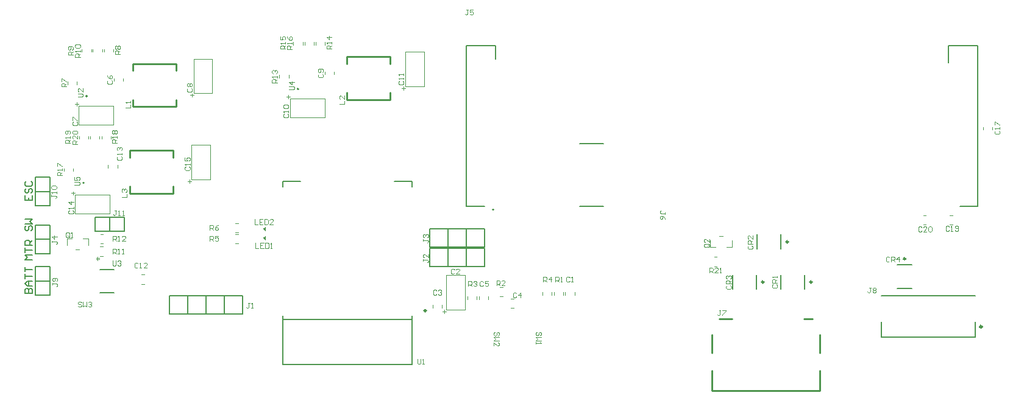
<source format=gto>
G04*
G04 #@! TF.GenerationSoftware,Altium Limited,Altium Designer,19.0.14 (431)*
G04*
G04 Layer_Color=65535*
%FSLAX25Y25*%
%MOIN*%
G70*
G01*
G75*
%ADD10C,0.01181*%
%ADD11C,0.01000*%
%ADD12C,0.00787*%
%ADD13C,0.00500*%
%ADD14C,0.00394*%
%ADD15C,0.00600*%
%ADD16C,0.00591*%
%ADD17C,0.00300*%
G36*
X133924Y76386D02*
X133925Y74024D01*
X132350Y75205D01*
X133924Y76386D01*
D02*
G37*
G36*
Y81386D02*
X133925Y79024D01*
X132350Y80205D01*
X133924Y81386D01*
D02*
G37*
D10*
X525721Y26647D02*
G03*
X525721Y26647I-591J0D01*
G01*
X221583Y35480D02*
G03*
X221583Y35480I-394J0D01*
G01*
D11*
X483989Y63851D02*
G03*
X483989Y63851I-591J0D01*
G01*
X406430Y51155D02*
G03*
X406430Y51155I-591J0D01*
G01*
X419815Y73202D02*
G03*
X419815Y73202I-591J0D01*
G01*
X432808Y51155D02*
G03*
X432808Y51155I-591J0D01*
G01*
X61372Y147178D02*
X84994D01*
X61372Y170800D02*
X84994D01*
X61372Y166863D02*
Y170800D01*
Y147178D02*
Y151115D01*
X84994Y147178D02*
Y151115D01*
Y166863D02*
Y170800D01*
X178472Y150918D02*
X202094D01*
X178472Y174540D02*
X202094D01*
X178472Y170603D02*
Y174540D01*
Y150918D02*
Y154855D01*
X202094Y150918D02*
Y154855D01*
Y170603D02*
Y174540D01*
X59672Y99737D02*
X83294D01*
X59672Y123359D02*
X83294D01*
X59672Y119422D02*
Y123359D01*
Y99737D02*
Y103674D01*
X83294Y99737D02*
Y103674D01*
Y119422D02*
Y123359D01*
X437138Y-8294D02*
Y2533D01*
Y12375D02*
Y22218D01*
X378083Y-8294D02*
X437138D01*
X378083D02*
Y2533D01*
Y12375D02*
Y22218D01*
X382020Y31076D02*
X388910D01*
X428280D02*
X433201D01*
D12*
X36416Y152988D02*
G03*
X36416Y152988I-394J0D01*
G01*
X152039Y156827D02*
G03*
X152039Y156827I-394J0D01*
G01*
X34716Y105449D02*
G03*
X34716Y105449I-394J0D01*
G01*
X258792Y90721D02*
G03*
X258792Y90721I-394J0D01*
G01*
X48708Y78910D02*
Y86784D01*
X40834D02*
X48708D01*
X40834Y78910D02*
X48708D01*
X40834D02*
Y86784D01*
X56582Y78910D02*
Y86784D01*
X48708Y78910D02*
X56582D01*
X48708Y86784D02*
X56582D01*
X111457Y33583D02*
X121457D01*
X111457Y43583D02*
X121457D01*
X111457Y33583D02*
Y43583D01*
X121457Y33583D02*
Y43583D01*
X111457Y33583D02*
Y43583D01*
X101457Y33583D02*
Y43583D01*
X111457D01*
X101457Y33583D02*
X111457D01*
X91457D02*
X101457D01*
X91457Y43583D02*
X101457D01*
X91457Y33583D02*
Y43583D01*
X101457Y33583D02*
Y43583D01*
X91457Y33583D02*
Y43583D01*
X81457Y33583D02*
Y43583D01*
X91457D01*
X81457Y33583D02*
X91457D01*
X8103Y100761D02*
Y108635D01*
X15977Y100761D02*
Y108635D01*
X8103Y108635D02*
X15977D01*
X8103Y92887D02*
X15977D01*
Y100761D01*
X8103Y92887D02*
Y100761D01*
X15977D01*
X8103Y74580D02*
X15977D01*
Y82454D01*
X8103Y74580D02*
Y82454D01*
X15977D01*
X8103Y66706D02*
X15977D01*
X8103Y66706D02*
Y74580D01*
X15977Y66706D02*
Y74580D01*
X8103Y51745D02*
X15977D01*
Y59619D01*
X8103Y51745D02*
Y59619D01*
X15977D01*
X8103Y43871D02*
X15977D01*
X8103Y43871D02*
Y51745D01*
X15977Y43871D02*
Y51745D01*
X223700Y59567D02*
Y69567D01*
Y59567D02*
X233700D01*
X223700Y69567D02*
X233700D01*
Y59567D02*
Y69567D01*
X243700Y59567D02*
X253700D01*
X243700Y69567D02*
X253700D01*
X243700Y59567D02*
Y69567D01*
X253700Y59567D02*
Y69567D01*
X243700Y59567D02*
Y69567D01*
X233700Y59567D02*
Y69567D01*
X243700D01*
X233700Y59567D02*
X243700D01*
X223700Y70197D02*
Y80197D01*
Y70197D02*
X233700D01*
X223700Y80197D02*
X233700D01*
Y70197D02*
Y80197D01*
X243700Y70197D02*
X253700D01*
X243700Y80197D02*
X253700D01*
X243700Y70197D02*
Y80197D01*
X253700Y70197D02*
Y80197D01*
X243700Y70197D02*
Y80197D01*
X233700Y70197D02*
Y80197D01*
X243700D01*
X233700Y70197D02*
X243700D01*
D13*
X470800Y20938D02*
X521981D01*
Y29206D01*
X470800Y43773D02*
X521981D01*
X470800Y20938D02*
Y29206D01*
X214193Y5906D02*
Y32480D01*
X143327Y5906D02*
X214193D01*
X143327D02*
Y32480D01*
X214193Y103347D02*
Y106299D01*
X204350D02*
X214193D01*
X143327D02*
X153169D01*
X143327Y103347D02*
Y106299D01*
X143484Y30709D02*
X214035D01*
D14*
X268110Y36811D02*
X269685D01*
X268110Y41929D02*
X269685D01*
X146582Y163123D02*
Y164697D01*
X141464Y163123D02*
Y164697D01*
X94640Y173457D02*
X104876D01*
Y154560D02*
Y173457D01*
X94640Y154560D02*
X104876D01*
X94640D02*
Y173457D01*
X56156Y161154D02*
Y162729D01*
X51038Y161154D02*
Y162729D01*
X39495Y177165D02*
Y178740D01*
X44613Y177165D02*
Y178740D01*
X50841Y177165D02*
Y178740D01*
X45722Y177165D02*
Y178740D01*
X38636Y177165D02*
Y178740D01*
X33518Y177165D02*
Y178740D01*
X30860Y159284D02*
Y160859D01*
X25742Y159284D02*
Y160859D01*
X50742Y137434D02*
Y147670D01*
X31845Y137434D02*
X50742D01*
X31845D02*
Y147670D01*
X50742D01*
X210361Y177296D02*
X220597D01*
Y158398D02*
Y177296D01*
X210361Y158398D02*
X220597D01*
X210361D02*
Y177296D01*
X166267Y141371D02*
Y151607D01*
X147369Y141371D02*
X166267D01*
X147369D02*
Y151607D01*
X166267D01*
X155282Y181102D02*
Y182677D01*
X160400Y181102D02*
Y182677D01*
X166424Y181102D02*
Y182677D01*
X161306Y181102D02*
Y182677D01*
X154259Y181102D02*
Y182677D01*
X149141Y181102D02*
Y182677D01*
X171483Y164894D02*
Y166469D01*
X166365Y164894D02*
Y166469D01*
X37133Y129560D02*
Y131134D01*
X32015Y129560D02*
Y131134D01*
X38041Y129528D02*
Y131102D01*
X43159Y129528D02*
Y131102D01*
X49409Y129528D02*
Y131102D01*
X44291Y129528D02*
Y131102D01*
X93432Y126213D02*
X103668D01*
Y107316D02*
Y126213D01*
X93432Y107316D02*
X103668D01*
X93432D02*
Y126213D01*
X28767Y111843D02*
Y113418D01*
X23649Y111843D02*
Y113418D01*
X48747Y88615D02*
Y98851D01*
X29849Y88615D02*
X48747D01*
X29849D02*
Y98851D01*
X48747D01*
X52979Y113615D02*
Y115190D01*
X47861Y113615D02*
Y115190D01*
X66174Y50072D02*
X67749D01*
X66174Y55190D02*
X67749D01*
X25229Y71233D02*
Y74875D01*
X30150Y68871D02*
X32119D01*
X25229Y74875D02*
X28182Y74875D01*
X34087D02*
X37040D01*
Y71233D02*
Y74875D01*
X43536Y65426D02*
X45111D01*
X43536Y70544D02*
X45111D01*
X43634Y77434D02*
X45209D01*
X43634Y72316D02*
X45209D01*
X526410Y134521D02*
Y136095D01*
X531528Y134521D02*
Y136095D01*
X508103Y87769D02*
X509678D01*
X508103Y82651D02*
X509678D01*
X493634Y82651D02*
X495209D01*
X493634Y87769D02*
X495209D01*
X389008Y70347D02*
Y73989D01*
X382119Y76351D02*
X384087D01*
X386056Y70347D02*
X389008Y70347D01*
X377197Y70347D02*
X380150D01*
X377197D02*
Y73989D01*
X379264Y59718D02*
X380839D01*
X379264Y64836D02*
X380839D01*
X297835Y44094D02*
Y45669D01*
X302953Y44094D02*
Y45669D01*
X296686Y44094D02*
Y45669D01*
X291568Y44094D02*
Y45669D01*
X290485Y44094D02*
Y45669D01*
X285367Y44094D02*
Y45669D01*
X117389Y78327D02*
X118964D01*
X117389Y83445D02*
X118964D01*
X117389Y72252D02*
X118964D01*
X117389Y77370D02*
X118964D01*
X244358Y41759D02*
Y43334D01*
X249476Y41759D02*
Y43334D01*
X250657Y41759D02*
Y43334D01*
X255775Y41759D02*
Y43334D01*
X262074Y43249D02*
X263649D01*
X262074Y48367D02*
X263649D01*
X225394Y37008D02*
Y38583D01*
X230512Y37008D02*
Y38583D01*
X232677Y35945D02*
Y54843D01*
Y35945D02*
X242913D01*
Y54843D01*
X232677D02*
X242913D01*
X93656Y152591D02*
Y154428D01*
X92738Y153509D02*
X94574D01*
X29876Y148654D02*
X31713D01*
X30794Y149572D02*
Y147735D01*
X209377Y156430D02*
Y158266D01*
X208459Y157348D02*
X210296D01*
X145401Y152591D02*
X147237D01*
X146319Y153509D02*
Y151672D01*
X92448Y105347D02*
Y107184D01*
X91530Y106265D02*
X93367D01*
X27881Y99835D02*
X29718D01*
X28799Y100753D02*
Y98916D01*
X231693Y33976D02*
Y35813D01*
X230775Y34895D02*
X232612D01*
X52439Y90451D02*
X51521D01*
X51980D01*
Y88155D01*
X51521Y87696D01*
X51062D01*
X50602Y88155D01*
X53357Y87696D02*
X54276D01*
X53817D01*
Y90451D01*
X53357Y89991D01*
X55653Y87696D02*
X56572D01*
X56112D01*
Y90451D01*
X55653Y89991D01*
X16864Y98857D02*
Y97939D01*
Y98398D01*
X19160D01*
X19619Y97939D01*
Y97480D01*
X19160Y97021D01*
X19619Y99776D02*
Y100694D01*
Y100235D01*
X16864D01*
X17323Y99776D01*
Y102071D02*
X16864Y102531D01*
Y103449D01*
X17323Y103908D01*
X19160D01*
X19619Y103449D01*
Y102531D01*
X19160Y102071D01*
X17323D01*
X475196Y64572D02*
X474736Y65032D01*
X473818D01*
X473359Y64572D01*
Y62736D01*
X473818Y62277D01*
X474736D01*
X475196Y62736D01*
X476114Y62277D02*
Y65032D01*
X477491D01*
X477951Y64572D01*
Y63654D01*
X477491Y63195D01*
X476114D01*
X477032D02*
X477951Y62277D01*
X480246D02*
Y65032D01*
X478869Y63654D01*
X480706D01*
X33249Y39839D02*
X32790Y40299D01*
X31872D01*
X31412Y39839D01*
Y39380D01*
X31872Y38921D01*
X32790D01*
X33249Y38462D01*
Y38003D01*
X32790Y37543D01*
X31872D01*
X31412Y38003D01*
X34167Y40299D02*
Y37543D01*
X35086Y38462D01*
X36004Y37543D01*
Y40299D01*
X36922Y39839D02*
X37382Y40299D01*
X38300D01*
X38759Y39839D01*
Y39380D01*
X38300Y38921D01*
X37841D01*
X38300D01*
X38759Y38462D01*
Y38003D01*
X38300Y37543D01*
X37382D01*
X36922Y38003D01*
X17159Y73759D02*
Y72841D01*
Y73300D01*
X19455D01*
X19914Y72841D01*
Y72381D01*
X19455Y71922D01*
X19914Y76055D02*
X17159D01*
X18537Y74677D01*
Y76514D01*
X17454Y50629D02*
Y49711D01*
Y50170D01*
X19750D01*
X20209Y49711D01*
Y49251D01*
X19750Y48792D01*
Y51547D02*
X20209Y52007D01*
Y52925D01*
X19750Y53384D01*
X17913D01*
X17454Y52925D01*
Y52007D01*
X17913Y51547D01*
X18373D01*
X18832Y52007D01*
Y53384D01*
X398031Y71101D02*
X397572Y70642D01*
Y69724D01*
X398031Y69265D01*
X399868D01*
X400327Y69724D01*
Y70642D01*
X399868Y71101D01*
X400327Y72020D02*
X397572D01*
Y73397D01*
X398031Y73856D01*
X398950D01*
X399409Y73397D01*
Y72020D01*
Y72938D02*
X400327Y73856D01*
Y76612D02*
Y74775D01*
X398491Y76612D01*
X398031D01*
X397572Y76152D01*
Y75234D01*
X398031Y74775D01*
X386287Y49227D02*
X385828Y48767D01*
Y47849D01*
X386287Y47390D01*
X388123D01*
X388583Y47849D01*
Y48767D01*
X388123Y49227D01*
X388583Y50145D02*
X385828D01*
Y51522D01*
X386287Y51982D01*
X387205D01*
X387664Y51522D01*
Y50145D01*
Y51063D02*
X388583Y51982D01*
X386287Y52900D02*
X385828Y53359D01*
Y54277D01*
X386287Y54737D01*
X386746D01*
X387205Y54277D01*
Y53818D01*
Y54277D01*
X387664Y54737D01*
X388123D01*
X388583Y54277D01*
Y53359D01*
X388123Y52900D01*
X411417Y49842D02*
X410958Y49382D01*
Y48464D01*
X411417Y48005D01*
X413254D01*
X413713Y48464D01*
Y49382D01*
X413254Y49842D01*
X413713Y50760D02*
X410958D01*
Y52137D01*
X411417Y52597D01*
X412336D01*
X412795Y52137D01*
Y50760D01*
Y51678D02*
X413713Y52597D01*
Y53515D02*
Y54433D01*
Y53974D01*
X410958D01*
X411417Y53515D01*
X533071Y133995D02*
X532612Y133536D01*
Y132618D01*
X533071Y132159D01*
X534907D01*
X535367Y132618D01*
Y133536D01*
X534907Y133995D01*
X535367Y134914D02*
Y135832D01*
Y135373D01*
X532612D01*
X533071Y134914D01*
X532612Y137209D02*
Y139046D01*
X533071D01*
X534907Y137209D01*
X535367D01*
X492782Y81036D02*
X492322Y81495D01*
X491404D01*
X490945Y81036D01*
Y79199D01*
X491404Y78740D01*
X492322D01*
X492782Y79199D01*
X495537Y78740D02*
X493700D01*
X495537Y80577D01*
Y81036D01*
X495077Y81495D01*
X494159D01*
X493700Y81036D01*
X496455D02*
X496914Y81495D01*
X497832D01*
X498292Y81036D01*
Y79199D01*
X497832Y78740D01*
X496914D01*
X496455Y79199D01*
Y81036D01*
X507774Y81430D02*
X507315Y81889D01*
X506397D01*
X505938Y81430D01*
Y79593D01*
X506397Y79134D01*
X507315D01*
X507774Y79593D01*
X508693Y79134D02*
X509611D01*
X509152D01*
Y81889D01*
X508693Y81430D01*
X510989Y79593D02*
X511448Y79134D01*
X512366D01*
X512825Y79593D01*
Y81430D01*
X512366Y81889D01*
X511448D01*
X510989Y81430D01*
Y80971D01*
X511448Y80511D01*
X512825D01*
X216929Y9054D02*
Y6758D01*
X217388Y6299D01*
X218307D01*
X218766Y6758D01*
Y9054D01*
X219684Y6299D02*
X220602D01*
X220143D01*
Y9054D01*
X219684Y8595D01*
X29555Y104166D02*
X31851D01*
X32310Y104625D01*
Y105543D01*
X31851Y106003D01*
X29555D01*
Y108758D02*
Y106921D01*
X30933D01*
X30473Y107839D01*
Y108299D01*
X30933Y108758D01*
X31851D01*
X32310Y108299D01*
Y107380D01*
X31851Y106921D01*
X146878Y156528D02*
X149174D01*
X149633Y156987D01*
Y157906D01*
X149174Y158365D01*
X146878D01*
X149633Y160661D02*
X146878D01*
X148255Y159283D01*
Y161120D01*
X50229Y62866D02*
Y60570D01*
X50688Y60111D01*
X51606D01*
X52066Y60570D01*
Y62866D01*
X52984Y62407D02*
X53443Y62866D01*
X54361D01*
X54821Y62407D01*
Y61948D01*
X54361Y61489D01*
X53902D01*
X54361D01*
X54821Y61029D01*
Y60570D01*
X54361Y60111D01*
X53443D01*
X52984Y60570D01*
X31255Y152591D02*
X33551D01*
X34010Y153050D01*
Y153969D01*
X33551Y154428D01*
X31255D01*
X34010Y157183D02*
Y155346D01*
X32173Y157183D01*
X31714D01*
X31255Y156724D01*
Y155805D01*
X31714Y155346D01*
X261154Y21761D02*
X261613Y22220D01*
Y23138D01*
X261154Y23597D01*
X260695D01*
X260236Y23138D01*
Y22220D01*
X259777Y21761D01*
X259317D01*
X258858Y22220D01*
Y23138D01*
X259317Y23597D01*
X261613Y20843D02*
X258858D01*
X259777Y19924D01*
X258858Y19006D01*
X261613D01*
X258858Y16251D02*
Y18087D01*
X260695Y16251D01*
X261154D01*
X261613Y16710D01*
Y17628D01*
X261154Y18087D01*
X284186Y21839D02*
X284645Y22299D01*
Y23217D01*
X284186Y23676D01*
X283726D01*
X283267Y23217D01*
Y22299D01*
X282808Y21839D01*
X282349D01*
X281890Y22299D01*
Y23217D01*
X282349Y23676D01*
X284645Y20921D02*
X281890D01*
X282808Y20003D01*
X281890Y19084D01*
X284645D01*
X281890Y18166D02*
Y17248D01*
Y17707D01*
X284645D01*
X284186Y18166D01*
X376772Y56150D02*
Y58905D01*
X378149D01*
X378608Y58446D01*
Y57527D01*
X378149Y57068D01*
X376772D01*
X377690D02*
X378608Y56150D01*
X381363D02*
X379527D01*
X381363Y57986D01*
Y58446D01*
X380904Y58905D01*
X379986D01*
X379527Y58446D01*
X382282Y56150D02*
X383200D01*
X382741D01*
Y58905D01*
X382282Y58446D01*
X31102Y126772D02*
X28347D01*
Y128149D01*
X28806Y128608D01*
X29725D01*
X30184Y128149D01*
Y126772D01*
Y127690D02*
X31102Y128608D01*
Y131363D02*
Y129527D01*
X29266Y131363D01*
X28806D01*
X28347Y130904D01*
Y129986D01*
X28806Y129527D01*
Y132282D02*
X28347Y132741D01*
Y133659D01*
X28806Y134118D01*
X30643D01*
X31102Y133659D01*
Y132741D01*
X30643Y132282D01*
X28806D01*
X27165Y127165D02*
X24410D01*
Y128543D01*
X24870Y129002D01*
X25788D01*
X26247Y128543D01*
Y127165D01*
Y128084D02*
X27165Y129002D01*
Y129920D02*
Y130839D01*
Y130379D01*
X24410D01*
X24870Y129920D01*
X26706Y132216D02*
X27165Y132675D01*
Y133594D01*
X26706Y134053D01*
X24870D01*
X24410Y133594D01*
Y132675D01*
X24870Y132216D01*
X25329D01*
X25788Y132675D01*
Y134053D01*
X52782Y127362D02*
X50028D01*
Y128740D01*
X50487Y129199D01*
X51405D01*
X51864Y128740D01*
Y127362D01*
Y128280D02*
X52782Y129199D01*
Y130117D02*
Y131036D01*
Y130576D01*
X50028D01*
X50487Y130117D01*
Y132413D02*
X50028Y132872D01*
Y133791D01*
X50487Y134250D01*
X50946D01*
X51405Y133791D01*
X51864Y134250D01*
X52323D01*
X52782Y133791D01*
Y132872D01*
X52323Y132413D01*
X51864D01*
X51405Y132872D01*
X50946Y132413D01*
X50487D01*
X51405Y132872D02*
Y133791D01*
X22763Y109540D02*
X20008D01*
Y110917D01*
X20467Y111377D01*
X21385D01*
X21845Y110917D01*
Y109540D01*
Y110458D02*
X22763Y111377D01*
Y112295D02*
Y113213D01*
Y112754D01*
X20008D01*
X20467Y112295D01*
X20008Y114591D02*
Y116428D01*
X20467D01*
X22304Y114591D01*
X22763D01*
X148392Y178740D02*
X145637D01*
Y180118D01*
X146096Y180577D01*
X147014D01*
X147474Y180118D01*
Y178740D01*
Y179658D02*
X148392Y180577D01*
Y181495D02*
Y182413D01*
Y181954D01*
X145637D01*
X146096Y181495D01*
X145637Y185628D02*
X146096Y184709D01*
X147014Y183791D01*
X147933D01*
X148392Y184250D01*
Y185169D01*
X147933Y185628D01*
X147474D01*
X147014Y185169D01*
Y183791D01*
X144882Y178806D02*
X142127D01*
Y180184D01*
X142586Y180643D01*
X143504D01*
X143964Y180184D01*
Y178806D01*
Y179725D02*
X144882Y180643D01*
Y181562D02*
Y182480D01*
Y182021D01*
X142127D01*
X142586Y181562D01*
X142127Y185694D02*
Y183857D01*
X143504D01*
X143045Y184776D01*
Y185235D01*
X143504Y185694D01*
X144423D01*
X144882Y185235D01*
Y184317D01*
X144423Y183857D01*
X170079Y178937D02*
X167324D01*
Y180315D01*
X167783Y180774D01*
X168701D01*
X169160Y180315D01*
Y178937D01*
Y179855D02*
X170079Y180774D01*
Y181692D02*
Y182610D01*
Y182151D01*
X167324D01*
X167783Y181692D01*
X170079Y185365D02*
X167324D01*
X168701Y183988D01*
Y185825D01*
X140282Y160367D02*
X137528D01*
Y161744D01*
X137987Y162203D01*
X138905D01*
X139364Y161744D01*
Y160367D01*
Y161285D02*
X140282Y162203D01*
Y163122D02*
Y164040D01*
Y163581D01*
X137528D01*
X137987Y163122D01*
Y165418D02*
X137528Y165877D01*
Y166795D01*
X137987Y167254D01*
X138446D01*
X138905Y166795D01*
Y166336D01*
Y166795D01*
X139364Y167254D01*
X139823D01*
X140282Y166795D01*
Y165877D01*
X139823Y165418D01*
X50420Y73622D02*
Y76377D01*
X51798D01*
X52257Y75918D01*
Y75000D01*
X51798Y74540D01*
X50420D01*
X51339D02*
X52257Y73622D01*
X53175D02*
X54094D01*
X53634D01*
Y76377D01*
X53175Y75918D01*
X57308Y73622D02*
X55471D01*
X57308Y75459D01*
Y75918D01*
X56849Y76377D01*
X55930D01*
X55471Y75918D01*
X50420Y66535D02*
Y69290D01*
X51798D01*
X52257Y68831D01*
Y67913D01*
X51798Y67454D01*
X50420D01*
X51339D02*
X52257Y66535D01*
X53175D02*
X54094D01*
X53634D01*
Y69290D01*
X53175Y68831D01*
X55471Y66535D02*
X56389D01*
X55930D01*
Y69290D01*
X55471Y68831D01*
X32605Y174409D02*
X29850D01*
Y175787D01*
X30310Y176246D01*
X31228D01*
X31687Y175787D01*
Y174409D01*
Y175328D02*
X32605Y176246D01*
Y177164D02*
Y178083D01*
Y177624D01*
X29850D01*
X30310Y177164D01*
Y179460D02*
X29850Y179920D01*
Y180838D01*
X30310Y181297D01*
X32146D01*
X32605Y180838D01*
Y179920D01*
X32146Y179460D01*
X30310D01*
X28668Y175558D02*
X25913D01*
Y176936D01*
X26373Y177395D01*
X27291D01*
X27750Y176936D01*
Y175558D01*
Y176477D02*
X28668Y177395D01*
X28209Y178314D02*
X28668Y178773D01*
Y179691D01*
X28209Y180150D01*
X26373D01*
X25913Y179691D01*
Y178773D01*
X26373Y178314D01*
X26832D01*
X27291Y178773D01*
Y180150D01*
X54384Y175984D02*
X51629D01*
Y177362D01*
X52088Y177821D01*
X53006D01*
X53466Y177362D01*
Y175984D01*
Y176903D02*
X54384Y177821D01*
X52088Y178739D02*
X51629Y179199D01*
Y180117D01*
X52088Y180576D01*
X52547D01*
X53006Y180117D01*
X53466Y180576D01*
X53925D01*
X54384Y180117D01*
Y179199D01*
X53925Y178739D01*
X53466D01*
X53006Y179199D01*
X52547Y178739D01*
X52088D01*
X53006Y179199D02*
Y180117D01*
X25053Y158201D02*
X22298D01*
Y159579D01*
X22757Y160038D01*
X23676D01*
X24135Y159579D01*
Y158201D01*
Y159120D02*
X25053Y160038D01*
X22298Y160956D02*
Y162793D01*
X22757D01*
X24594Y160956D01*
X25053D01*
X103543Y79678D02*
Y82433D01*
X104921D01*
X105380Y81974D01*
Y81056D01*
X104921Y80597D01*
X103543D01*
X104462D02*
X105380Y79678D01*
X108135Y82433D02*
X107217Y81974D01*
X106298Y81056D01*
Y80137D01*
X106757Y79678D01*
X107676D01*
X108135Y80137D01*
Y80597D01*
X107676Y81056D01*
X106298D01*
X103543Y73674D02*
Y76429D01*
X104921D01*
X105380Y75970D01*
Y75052D01*
X104921Y74593D01*
X103543D01*
X104462D02*
X105380Y73674D01*
X108135Y76429D02*
X106298D01*
Y75052D01*
X107217Y75511D01*
X107676D01*
X108135Y75052D01*
Y74133D01*
X107676Y73674D01*
X106757D01*
X106298Y74133D01*
X285827Y51181D02*
Y53936D01*
X287204D01*
X287664Y53477D01*
Y52559D01*
X287204Y52099D01*
X285827D01*
X286745D02*
X287664Y51181D01*
X289959D02*
Y53936D01*
X288582Y52559D01*
X290419D01*
X244882Y48819D02*
Y51574D01*
X246259D01*
X246719Y51115D01*
Y50196D01*
X246259Y49737D01*
X244882D01*
X245800D02*
X246719Y48819D01*
X247637Y51115D02*
X248096Y51574D01*
X249014D01*
X249474Y51115D01*
Y50656D01*
X249014Y50196D01*
X248555D01*
X249014D01*
X249474Y49737D01*
Y49278D01*
X249014Y48819D01*
X248096D01*
X247637Y49278D01*
X260236Y49213D02*
Y51968D01*
X261614D01*
X262073Y51508D01*
Y50590D01*
X261614Y50131D01*
X260236D01*
X261155D02*
X262073Y49213D01*
X264828D02*
X262991D01*
X264828Y51049D01*
Y51508D01*
X264369Y51968D01*
X263450D01*
X262991Y51508D01*
X292520Y51181D02*
Y53936D01*
X293897D01*
X294356Y53477D01*
Y52559D01*
X293897Y52099D01*
X292520D01*
X293438D02*
X294356Y51181D01*
X295275D02*
X296193D01*
X295734D01*
Y53936D01*
X295275Y53477D01*
X376148Y71987D02*
X374311D01*
X373852Y71528D01*
Y70610D01*
X374311Y70151D01*
X376148D01*
X376607Y70610D01*
Y71528D01*
X375689Y71069D02*
X376607Y71987D01*
Y71528D02*
X376148Y71987D01*
X376607Y74742D02*
Y72906D01*
X374770Y74742D01*
X374311D01*
X373852Y74283D01*
Y73365D01*
X374311Y72906D01*
X26640Y76050D02*
Y77886D01*
X26181Y78346D01*
X25262D01*
X24803Y77886D01*
Y76050D01*
X25262Y75590D01*
X26181D01*
X25721Y76509D02*
X26640Y75590D01*
X26181D02*
X26640Y76050D01*
X27558Y75590D02*
X28477D01*
X28017D01*
Y78346D01*
X27558Y77886D01*
X127953Y85511D02*
Y82756D01*
X129789D01*
X132545Y85511D02*
X130708D01*
Y82756D01*
X132545D01*
X130708Y84133D02*
X131626D01*
X133463Y85511D02*
Y82756D01*
X134840D01*
X135300Y83215D01*
Y85052D01*
X134840Y85511D01*
X133463D01*
X138055Y82756D02*
X136218D01*
X138055Y84593D01*
Y85052D01*
X137595Y85511D01*
X136677D01*
X136218Y85052D01*
X128347Y72519D02*
Y69764D01*
X130183D01*
X132938Y72519D02*
X131102D01*
Y69764D01*
X132938D01*
X131102Y71141D02*
X132020D01*
X133856Y72519D02*
Y69764D01*
X135234D01*
X135693Y70223D01*
Y72060D01*
X135234Y72519D01*
X133856D01*
X136611Y69764D02*
X137530D01*
X137071D01*
Y72519D01*
X136611Y72060D01*
X55244Y97571D02*
X57999D01*
Y99408D01*
X55703Y100327D02*
X55244Y100786D01*
Y101704D01*
X55703Y102163D01*
X56162D01*
X56621Y101704D01*
Y101245D01*
Y101704D01*
X57081Y102163D01*
X57540D01*
X57999Y101704D01*
Y100786D01*
X57540Y100327D01*
X174240Y148556D02*
X176995D01*
Y150392D01*
Y153147D02*
Y151311D01*
X175158Y153147D01*
X174699D01*
X174240Y152688D01*
Y151770D01*
X174699Y151311D01*
X57436Y146587D02*
X60191D01*
Y148424D01*
Y149342D02*
Y150261D01*
Y149801D01*
X57436D01*
X57895Y149342D01*
X465058Y48102D02*
X464139D01*
X464599D01*
Y45807D01*
X464139Y45347D01*
X463680D01*
X463221Y45807D01*
X465976Y47643D02*
X466435Y48102D01*
X467354D01*
X467813Y47643D01*
Y47184D01*
X467354Y46725D01*
X467813Y46266D01*
Y45807D01*
X467354Y45347D01*
X466435D01*
X465976Y45807D01*
Y46266D01*
X466435Y46725D01*
X465976Y47184D01*
Y47643D01*
X466435Y46725D02*
X467354D01*
X382873Y35602D02*
X381954D01*
X382414D01*
Y33307D01*
X381954Y32847D01*
X381495D01*
X381036Y33307D01*
X383791Y35602D02*
X385628D01*
Y35143D01*
X383791Y33307D01*
Y32847D01*
X352361Y88321D02*
Y89239D01*
Y88780D01*
X350065D01*
X349606Y89239D01*
Y89698D01*
X350065Y90158D01*
X352361Y85566D02*
X351902Y86484D01*
X350984Y87402D01*
X350065D01*
X349606Y86943D01*
Y86025D01*
X350065Y85566D01*
X350525D01*
X350984Y86025D01*
Y87402D01*
X244777Y200365D02*
X243858D01*
X244318D01*
Y198069D01*
X243858Y197610D01*
X243399D01*
X242940Y198069D01*
X247532Y200365D02*
X245695D01*
Y198987D01*
X246613Y199446D01*
X247073D01*
X247532Y198987D01*
Y198069D01*
X247073Y197610D01*
X246154D01*
X245695Y198069D01*
X220146Y74593D02*
Y73674D01*
Y74133D01*
X222442D01*
X222901Y73674D01*
Y73215D01*
X222442Y72756D01*
X220605Y75511D02*
X220146Y75970D01*
Y76889D01*
X220605Y77348D01*
X221064D01*
X221523Y76889D01*
Y76429D01*
Y76889D01*
X221983Y77348D01*
X222442D01*
X222901Y76889D01*
Y75970D01*
X222442Y75511D01*
X220146Y63648D02*
Y62729D01*
Y63188D01*
X222442D01*
X222901Y62729D01*
Y62270D01*
X222442Y61811D01*
X222901Y66403D02*
Y64566D01*
X221064Y66403D01*
X220605D01*
X220146Y65944D01*
Y65025D01*
X220605Y64566D01*
X125262Y39665D02*
X124344D01*
X124803D01*
Y37369D01*
X124344Y36909D01*
X123884D01*
X123425Y37369D01*
X126180Y36909D02*
X127099D01*
X126639D01*
Y39665D01*
X126180Y39205D01*
X90349Y114270D02*
X89890Y113811D01*
Y112893D01*
X90349Y112434D01*
X92185D01*
X92645Y112893D01*
Y113811D01*
X92185Y114270D01*
X92645Y115189D02*
Y116107D01*
Y115648D01*
X89890D01*
X90349Y115189D01*
X89890Y119321D02*
Y117484D01*
X91267D01*
X90808Y118403D01*
Y118862D01*
X91267Y119321D01*
X92185D01*
X92645Y118862D01*
Y117944D01*
X92185Y117484D01*
X26668Y90353D02*
X26209Y89894D01*
Y88976D01*
X26668Y88516D01*
X28504D01*
X28964Y88976D01*
Y89894D01*
X28504Y90353D01*
X28964Y91271D02*
Y92190D01*
Y91730D01*
X26209D01*
X26668Y91271D01*
X28964Y94945D02*
X26209D01*
X27586Y93567D01*
Y95404D01*
X53216Y119947D02*
X52757Y119488D01*
Y118569D01*
X53216Y118110D01*
X55053D01*
X55512Y118569D01*
Y119488D01*
X55053Y119947D01*
X55512Y120865D02*
Y121784D01*
Y121324D01*
X52757D01*
X53216Y120865D01*
Y123161D02*
X52757Y123620D01*
Y124539D01*
X53216Y124998D01*
X53675D01*
X54134Y124539D01*
Y124079D01*
Y124539D01*
X54593Y124998D01*
X55053D01*
X55512Y124539D01*
Y123620D01*
X55053Y123161D01*
X64073Y61226D02*
X63614Y61685D01*
X62696D01*
X62237Y61226D01*
Y59389D01*
X62696Y58930D01*
X63614D01*
X64073Y59389D01*
X64992Y58930D02*
X65910D01*
X65451D01*
Y61685D01*
X64992Y61226D01*
X69124Y58930D02*
X67288D01*
X69124Y60767D01*
Y61226D01*
X68665Y61685D01*
X67747D01*
X67288Y61226D01*
X207081Y161219D02*
X206622Y160760D01*
Y159842D01*
X207081Y159382D01*
X208918D01*
X209377Y159842D01*
Y160760D01*
X208918Y161219D01*
X209377Y162137D02*
Y163056D01*
Y162597D01*
X206622D01*
X207081Y162137D01*
X209377Y164433D02*
Y165352D01*
Y164892D01*
X206622D01*
X207081Y164433D01*
X144089Y143207D02*
X143630Y142748D01*
Y141830D01*
X144089Y141371D01*
X145926D01*
X146385Y141830D01*
Y142748D01*
X145926Y143207D01*
X146385Y144126D02*
Y145044D01*
Y144585D01*
X143630D01*
X144089Y144126D01*
Y146422D02*
X143630Y146881D01*
Y147799D01*
X144089Y148258D01*
X145926D01*
X146385Y147799D01*
Y146881D01*
X145926Y146422D01*
X144089D01*
X163085Y165058D02*
X162626Y164599D01*
Y163680D01*
X163085Y163221D01*
X164922D01*
X165381Y163680D01*
Y164599D01*
X164922Y165058D01*
Y165976D02*
X165381Y166435D01*
Y167354D01*
X164922Y167813D01*
X163085D01*
X162626Y167354D01*
Y166435D01*
X163085Y165976D01*
X163544D01*
X164003Y166435D01*
Y167813D01*
X91557Y157282D02*
X91097Y156823D01*
Y155905D01*
X91557Y155446D01*
X93393D01*
X93853Y155905D01*
Y156823D01*
X93393Y157282D01*
X91557Y158201D02*
X91097Y158660D01*
Y159578D01*
X91557Y160037D01*
X92016D01*
X92475Y159578D01*
X92934Y160037D01*
X93393D01*
X93853Y159578D01*
Y158660D01*
X93393Y158201D01*
X92934D01*
X92475Y158660D01*
X92016Y158201D01*
X91557D01*
X92475Y158660D02*
Y159578D01*
X28761Y138877D02*
X28302Y138417D01*
Y137499D01*
X28761Y137040D01*
X30598D01*
X31057Y137499D01*
Y138417D01*
X30598Y138877D01*
X28302Y139795D02*
Y141632D01*
X28761D01*
X30598Y139795D01*
X31057D01*
X47757Y161613D02*
X47298Y161154D01*
Y160235D01*
X47757Y159776D01*
X49594D01*
X50053Y160235D01*
Y161154D01*
X49594Y161613D01*
X47298Y164368D02*
X47757Y163450D01*
X48676Y162531D01*
X49594D01*
X50053Y162990D01*
Y163909D01*
X49594Y164368D01*
X49135D01*
X48676Y163909D01*
Y162531D01*
X253018Y51115D02*
X252559Y51574D01*
X251640D01*
X251181Y51115D01*
Y49278D01*
X251640Y48819D01*
X252559D01*
X253018Y49278D01*
X255773Y51574D02*
X253936D01*
Y50196D01*
X254854Y50656D01*
X255314D01*
X255773Y50196D01*
Y49278D01*
X255314Y48819D01*
X254395D01*
X253936Y49278D01*
X271128Y44986D02*
X270669Y45445D01*
X269750D01*
X269291Y44986D01*
Y43149D01*
X269750Y42690D01*
X270669D01*
X271128Y43149D01*
X273424Y42690D02*
Y45445D01*
X272046Y44067D01*
X273883D01*
X227427Y46390D02*
X226968Y46850D01*
X226050D01*
X225590Y46390D01*
Y44554D01*
X226050Y44094D01*
X226968D01*
X227427Y44554D01*
X228346Y46390D02*
X228805Y46850D01*
X229723D01*
X230182Y46390D01*
Y45931D01*
X229723Y45472D01*
X229264D01*
X229723D01*
X230182Y45013D01*
Y44554D01*
X229723Y44094D01*
X228805D01*
X228346Y44554D01*
X237270Y57978D02*
X236811Y58437D01*
X235892D01*
X235433Y57978D01*
Y56141D01*
X235892Y55682D01*
X236811D01*
X237270Y56141D01*
X240025Y55682D02*
X238188D01*
X240025Y57519D01*
Y57978D01*
X239566Y58437D01*
X238647D01*
X238188Y57978D01*
X300262Y53477D02*
X299803Y53936D01*
X298884D01*
X298425Y53477D01*
Y51640D01*
X298884Y51181D01*
X299803D01*
X300262Y51640D01*
X301180Y51181D02*
X302099D01*
X301639D01*
Y53936D01*
X301180Y53477D01*
D15*
X479448Y60509D02*
X487348D01*
X479448Y47509D02*
X487348D01*
X43228Y45447D02*
X51128D01*
X43228Y57847D02*
X51128D01*
X402497Y47205D02*
Y55105D01*
X389497Y47205D02*
Y55105D01*
X415882Y69252D02*
Y77152D01*
X402882Y69252D02*
Y77152D01*
X428875Y47205D02*
Y55105D01*
X415875Y47205D02*
Y55105D01*
X305642Y92690D02*
X318595D01*
X305642Y126942D02*
X318595D01*
X513595Y92690D02*
X523556D01*
Y180485D01*
X507414D02*
X523556D01*
X243634Y92690D02*
X253595D01*
X243634D02*
Y180485D01*
X259776D01*
Y173399D02*
Y180485D01*
X507414Y171430D02*
Y180485D01*
D16*
X2363Y98523D02*
Y95899D01*
X6299D01*
Y98523D01*
X4331Y95899D02*
Y97211D01*
X3019Y102458D02*
X2363Y101802D01*
Y100490D01*
X3019Y99835D01*
X3675D01*
X4331Y100490D01*
Y101802D01*
X4987Y102458D01*
X5643D01*
X6299Y101802D01*
Y100490D01*
X5643Y99835D01*
X3019Y106394D02*
X2363Y105738D01*
Y104426D01*
X3019Y103770D01*
X5643D01*
X6299Y104426D01*
Y105738D01*
X5643Y106394D01*
X6299Y63458D02*
X2363D01*
X3675Y64770D01*
X2363Y66082D01*
X6299D01*
X2363Y67393D02*
Y70017D01*
Y68705D01*
X6299D01*
Y71329D02*
X2363D01*
Y73297D01*
X3019Y73953D01*
X4331D01*
X4987Y73297D01*
Y71329D01*
Y72641D02*
X6299Y73953D01*
X3019Y81824D02*
X2363Y81169D01*
Y79857D01*
X3019Y79201D01*
X3675D01*
X4331Y79857D01*
Y81169D01*
X4987Y81824D01*
X5643D01*
X6299Y81169D01*
Y79857D01*
X5643Y79201D01*
X2363Y83136D02*
X6299D01*
X4987Y84448D01*
X6299Y85760D01*
X2363D01*
Y45015D02*
X6299D01*
Y46983D01*
X5643Y47639D01*
X4987D01*
X4331Y46983D01*
Y45015D01*
Y46983D01*
X3675Y47639D01*
X3019D01*
X2363Y46983D01*
Y45015D01*
X6299Y48951D02*
X3675D01*
X2363Y50263D01*
X3675Y51575D01*
X6299D01*
X4331D01*
Y48951D01*
X2363Y52886D02*
Y55510D01*
Y54198D01*
X6299D01*
X2363Y56822D02*
Y59446D01*
Y58134D01*
X6299D01*
D17*
X42222Y64909D02*
Y63124D01*
X41478Y64463D02*
X42965Y63570D01*
Y64463D02*
X41478Y63570D01*
M02*

</source>
